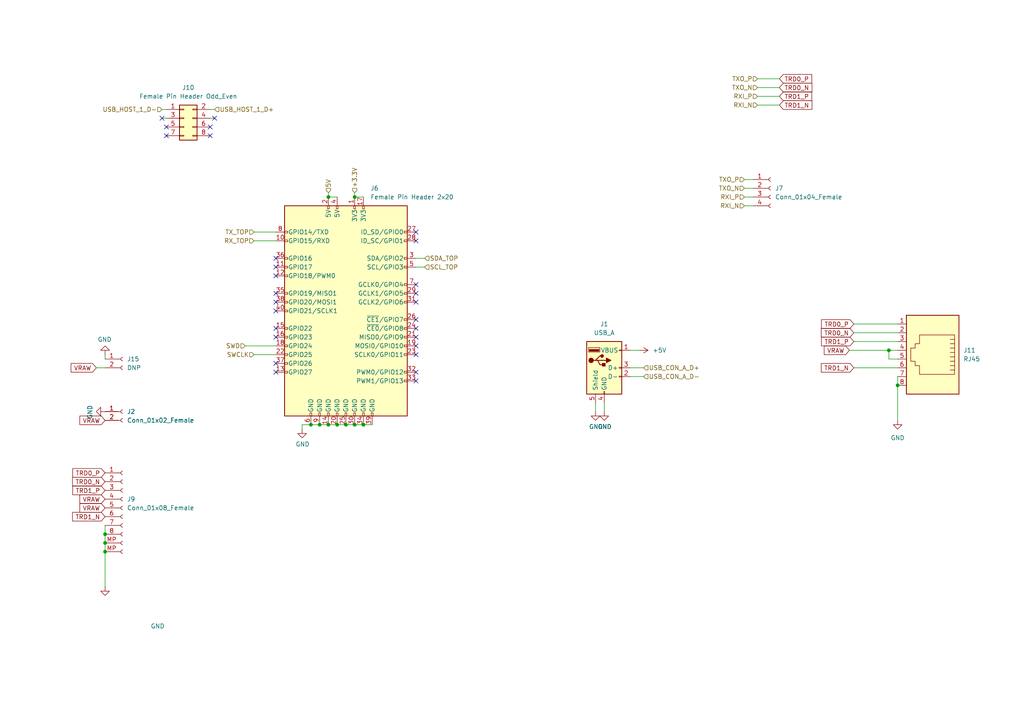
<source format=kicad_sch>
(kicad_sch (version 20230819) (generator eeschema)
  (paper "A4")
  (lib_symbols
    (symbol "Connector:Conn_01x02_Female" (pin_names (offset 1.016) hide)
      (property "Reference" "J" (at 0 2.54 0))
      (property "Value" "Conn_01x02_Female" (at 0 -5.08 0))
      (symbol "Conn_01x02_Female_1_1"
        (arc (start 0 -2.032) (mid -0.5058 -2.54) (end 0 -3.048) (stroke (width 0.1524)))
        (polyline (pts (xy -1.27 -2.54) (xy -0.508 -2.54)) (stroke (width 0.1524)))
        (polyline (pts (xy -1.27 0) (xy -0.508 0)) (stroke (width 0.1524)))
        (arc (start 0 0.508) (mid -0.5058 0) (end 0 -0.508) (stroke (width 0.1524)))
        (pin passive line (at -5.08 0 0) (length 3.81) (name "Pin_1") (number "1"))
        (pin passive line (at -5.08 -2.54 0) (length 3.81) (name "Pin_2") (number "2"))
      )
    )
    (symbol "Connector:Conn_01x04_Female" (pin_names (offset 1.016) hide)
      (property "Reference" "J" (at 0 5.08 0))
      (property "Value" "Conn_01x04_Female" (at 0 -7.62 0))
      (symbol "Conn_01x04_Female_1_1"
        (arc (start 0 -4.572) (mid -0.5058 -5.08) (end 0 -5.588) (stroke (width 0.1524)))
        (arc (start 0 -2.032) (mid -0.5058 -2.54) (end 0 -3.048) (stroke (width 0.1524)))
        (polyline (pts (xy -1.27 -5.08) (xy -0.508 -5.08)) (stroke (width 0.1524)))
        (polyline (pts (xy -1.27 -2.54) (xy -0.508 -2.54)) (stroke (width 0.1524)))
        (polyline (pts (xy -1.27 0) (xy -0.508 0)) (stroke (width 0.1524)))
        (polyline (pts (xy -1.27 2.54) (xy -0.508 2.54)) (stroke (width 0.1524)))
        (arc (start 0 0.508) (mid -0.5058 0) (end 0 -0.508) (stroke (width 0.1524)))
        (arc (start 0 3.048) (mid -0.5058 2.54) (end 0 2.032) (stroke (width 0.1524)))
        (pin passive line (at -5.08 2.54 0) (length 3.81) (name "Pin_1") (number "1"))
        (pin passive line (at -5.08 0 0) (length 3.81) (name "Pin_2") (number "2"))
        (pin passive line (at -5.08 -2.54 0) (length 3.81) (name "Pin_3") (number "3"))
        (pin passive line (at -5.08 -5.08 0) (length 3.81) (name "Pin_4") (number "4"))
      )
    )
    (symbol "Connector:Conn_01x08_Female" (pin_names (offset 1.016) hide)
      (property "Reference" "J3" (at 1.27 0.0001 0))
      (property "Value" "Conn_01x08_Female" (at 1.27 -2.5399 0))
      (symbol "Conn_01x08_Female_1_1"
        (arc (start 0 -14.732) (mid -0.5058 -15.24) (end 0 -15.748) (stroke (width 0.1524)))
        (arc (start 0 -12.192) (mid -0.5058 -12.7) (end 0 -13.208) (stroke (width 0.1524)))
        (arc (start 0 -9.652) (mid -0.5058 -10.16) (end 0 -10.668) (stroke (width 0.1524)))
        (arc (start 0 -7.112) (mid -0.5058 -7.62) (end 0 -8.128) (stroke (width 0.1524)))
        (arc (start 0 -4.572) (mid -0.5058 -5.08) (end 0 -5.588) (stroke (width 0.1524)))
        (arc (start 0 -2.032) (mid -0.5058 -2.54) (end 0 -3.048) (stroke (width 0.1524)))
        (polyline (pts (xy -1.27 -15.24) (xy -0.508 -15.24)) (stroke (width 0.1524)))
        (polyline (pts (xy -1.27 -12.7) (xy -0.508 -12.7)) (stroke (width 0.1524)))
        (polyline (pts (xy -1.27 -10.16) (xy -0.508 -10.16)) (stroke (width 0.1524)))
        (polyline (pts (xy -1.27 -7.62) (xy -0.508 -7.62)) (stroke (width 0.1524)))
        (polyline (pts (xy -1.27 -5.08) (xy -0.508 -5.08)) (stroke (width 0.1524)))
        (polyline (pts (xy -1.27 -2.54) (xy -0.508 -2.54)) (stroke (width 0.1524)))
        (polyline (pts (xy -1.27 0) (xy -0.508 0)) (stroke (width 0.1524)))
        (polyline (pts (xy -1.27 2.54) (xy -0.508 2.54)) (stroke (width 0.1524)))
        (polyline (pts (xy -1.27 5.08) (xy -0.508 5.08)) (stroke (width 0.1524)))
        (polyline (pts (xy -1.27 7.62) (xy -0.508 7.62)) (stroke (width 0.1524)))
        (arc (start 0 0.508) (mid -0.5058 0) (end 0 -0.508) (stroke (width 0.1524)))
        (arc (start 0 3.048) (mid -0.5058 2.54) (end 0 2.032) (stroke (width 0.1524)))
        (arc (start 0 5.588) (mid -0.5058 5.08) (end 0 4.572) (stroke (width 0.1524)))
        (arc (start 0 8.128) (mid -0.5058 7.62) (end 0 7.112) (stroke (width 0.1524)))
        (pin passive line (at -5.08 7.62 0) (length 3.81) (name "Pin_1") (number "1"))
        (pin passive line (at -5.08 5.08 0) (length 3.81) (name "Pin_2") (number "2"))
        (pin passive line (at -5.08 2.54 0) (length 3.81) (name "Pin_3") (number "3"))
        (pin passive line (at -5.08 0 0) (length 3.81) (name "Pin_4") (number "4"))
        (pin passive line (at -5.08 -2.54 0) (length 3.81) (name "Pin_5") (number "5"))
        (pin passive line (at -5.08 -5.08 0) (length 3.81) (name "Pin_6") (number "6"))
        (pin passive line (at -5.08 -7.62 0) (length 3.81) (name "Pin_7") (number "7"))
        (pin passive line (at -5.08 -10.16 0) (length 3.81) (name "Pin_8") (number "8"))
        (pin passive line (at -5.08 -15.24 0) (length 3.81) (name "MP") (number "MP"))
        (pin passive line (at -5.08 -12.7 0) (length 3.81) (name "MP") (number "MP"))
      )
    )
    (symbol "Connector:RJ45" (pin_names (offset 1.016))
      (property "Reference" "J" (at -5.08 13.97 0))
      (property "Value" "RJ45" (at 2.54 13.97 0))
      (symbol "RJ45_0_1"
        (polyline (pts (xy -5.08 4.445) (xy -6.35 4.445)))
        (polyline (pts (xy -5.08 5.715) (xy -6.35 5.715)))
        (polyline (pts (xy -6.35 -3.175) (xy -5.08 -3.175) (xy -5.08 -3.175)))
        (polyline (pts (xy -6.35 -1.905) (xy -5.08 -1.905) (xy -5.08 -1.905)))
        (polyline (pts (xy -6.35 -0.635) (xy -5.08 -0.635) (xy -5.08 -0.635)))
        (polyline (pts (xy -6.35 0.635) (xy -5.08 0.635) (xy -5.08 0.635)))
        (polyline (pts (xy -6.35 1.905) (xy -5.08 1.905) (xy -5.08 1.905)))
        (polyline (pts (xy -5.08 3.175) (xy -6.35 3.175) (xy -6.35 3.175)))
        (polyline (pts (xy -6.35 -4.445) (xy -6.35 6.985) (xy 3.81 6.985) (xy 3.81 4.445) (xy 5.08 4.445) (xy 5.08 3.175) (xy 6.35 3.175) (xy 6.35 -0.635) (xy 5.08 -0.635) (xy 5.08 -1.905) (xy 3.81 -1.905) (xy 3.81 -4.445) (xy -6.35 -4.445) (xy -6.35 -4.445)))
        (rectangle (start 7.62 12.7) (end -7.62 -10.16) (stroke (width 0.254)) (fill (type background)))
      )
      (symbol "RJ45_1_1"
        (pin passive line (at 10.16 -7.62 180) (length 2.54) (name "~") (number "1"))
        (pin passive line (at 10.16 -5.08 180) (length 2.54) (name "~") (number "2"))
        (pin passive line (at 10.16 -2.54 180) (length 2.54) (name "~") (number "3"))
        (pin passive line (at 10.16 0 180) (length 2.54) (name "~") (number "4"))
        (pin passive line (at 10.16 2.54 180) (length 2.54) (name "~") (number "5"))
        (pin passive line (at 10.16 5.08 180) (length 2.54) (name "~") (number "6"))
        (pin passive line (at 10.16 7.62 180) (length 2.54) (name "~") (number "7"))
        (pin passive line (at 10.16 10.16 180) (length 2.54) (name "~") (number "8"))
      )
    )
    (symbol "Connector:Raspberry_Pi_2_3" (pin_names (offset 1.016))
      (property "Reference" "J" (at -17.78 31.75 0))
      (property "Value" "Raspberry_Pi_2_3" (at 10.16 -31.75 0))
      (symbol "Raspberry_Pi_2_3_0_1"
        (rectangle (start -17.78 30.48) (end 17.78 -30.48) (stroke (width 0.254)) (fill (type background)))
      )
      (symbol "Raspberry_Pi_2_3_1_1"
        (rectangle (start -16.891 -17.526) (end -17.78 -18.034))
        (rectangle (start -16.891 -14.986) (end -17.78 -15.494))
        (rectangle (start -16.891 -12.446) (end -17.78 -12.954))
        (rectangle (start -16.891 -9.906) (end -17.78 -10.414))
        (rectangle (start -16.891 -7.366) (end -17.78 -7.874))
        (rectangle (start -16.891 -4.826) (end -17.78 -5.334))
        (rectangle (start -16.891 0.254) (end -17.78 -0.254))
        (rectangle (start -16.891 2.794) (end -17.78 2.286))
        (rectangle (start -16.891 5.334) (end -17.78 4.826))
        (rectangle (start -16.891 10.414) (end -17.78 9.906))
        (rectangle (start -16.891 12.954) (end -17.78 12.446))
        (rectangle (start -16.891 15.494) (end -17.78 14.986))
        (rectangle (start -16.891 20.574) (end -17.78 20.066))
        (rectangle (start -16.891 23.114) (end -17.78 22.606))
        (rectangle (start -10.414 -29.591) (end -9.906 -30.48))
        (rectangle (start -7.874 -29.591) (end -7.366 -30.48))
        (rectangle (start -5.334 -29.591) (end -4.826 -30.48))
        (rectangle (start -5.334 30.48) (end -4.826 29.591))
        (rectangle (start -2.794 -29.591) (end -2.286 -30.48))
        (rectangle (start -2.794 30.48) (end -2.286 29.591))
        (rectangle (start -0.254 -29.591) (end 0.254 -30.48))
        (rectangle (start 2.286 -29.591) (end 2.794 -30.48))
        (rectangle (start 2.286 30.48) (end 2.794 29.591))
        (rectangle (start 4.826 -29.591) (end 5.334 -30.48))
        (rectangle (start 4.826 30.48) (end 5.334 29.591))
        (rectangle (start 7.366 -29.591) (end 7.874 -30.48))
        (rectangle (start 17.78 -20.066) (end 16.891 -20.574))
        (rectangle (start 17.78 -17.526) (end 16.891 -18.034))
        (rectangle (start 17.78 -12.446) (end 16.891 -12.954))
        (rectangle (start 17.78 -9.906) (end 16.891 -10.414))
        (rectangle (start 17.78 -7.366) (end 16.891 -7.874))
        (rectangle (start 17.78 -4.826) (end 16.891 -5.334))
        (rectangle (start 17.78 -2.286) (end 16.891 -2.794))
        (rectangle (start 17.78 2.794) (end 16.891 2.286))
        (rectangle (start 17.78 5.334) (end 16.891 4.826))
        (rectangle (start 17.78 7.874) (end 16.891 7.366))
        (rectangle (start 17.78 12.954) (end 16.891 12.446))
        (rectangle (start 17.78 15.494) (end 16.891 14.986))
        (rectangle (start 17.78 20.574) (end 16.891 20.066))
        (rectangle (start 17.78 23.114) (end 16.891 22.606))
        (pin power_in line (at 2.54 33.02 270) (length 2.54) (name "3V3") (number "1"))
        (pin bidirectional line (at -20.32 20.32 0) (length 2.54) (name "GPIO15/RXD") (number "10"))
        (pin bidirectional line (at -20.32 12.7 0) (length 2.54) (name "GPIO17") (number "11"))
        (pin bidirectional line (at -20.32 10.16 0) (length 2.54) (name "GPIO18/PWM0") (number "12"))
        (pin bidirectional line (at -20.32 -17.78 0) (length 2.54) (name "GPIO27") (number "13"))
        (pin power_in line (at -5.08 -33.02 90) (length 2.54) (name "GND") (number "14"))
        (pin bidirectional line (at -20.32 -5.08 0) (length 2.54) (name "GPIO22") (number "15"))
        (pin bidirectional line (at -20.32 -7.62 0) (length 2.54) (name "GPIO23") (number "16"))
        (pin power_in line (at 5.08 33.02 270) (length 2.54) (name "3V3") (number "17"))
        (pin bidirectional line (at -20.32 -10.16 0) (length 2.54) (name "GPIO24") (number "18"))
        (pin bidirectional line (at 20.32 -10.16 180) (length 2.54) (name "MOSI0/GPIO10") (number "19"))
        (pin power_in line (at -5.08 33.02 270) (length 2.54) (name "5V") (number "2"))
        (pin power_in line (at -2.54 -33.02 90) (length 2.54) (name "GND") (number "20"))
        (pin bidirectional line (at 20.32 -7.62 180) (length 2.54) (name "MISO0/GPIO9") (number "21"))
        (pin bidirectional line (at -20.32 -12.7 0) (length 2.54) (name "GPIO25") (number "22"))
        (pin bidirectional line (at 20.32 -12.7 180) (length 2.54) (name "SCLK0/GPIO11") (number "23"))
        (pin bidirectional line (at 20.32 -5.08 180) (length 2.54) (name "~{CE0}/GPIO8") (number "24"))
        (pin power_in line (at 0 -33.02 90) (length 2.54) (name "GND") (number "25"))
        (pin bidirectional line (at 20.32 -2.54 180) (length 2.54) (name "~{CE1}/GPIO7") (number "26"))
        (pin bidirectional line (at 20.32 22.86 180) (length 2.54) (name "ID_SD/GPIO0") (number "27"))
        (pin bidirectional line (at 20.32 20.32 180) (length 2.54) (name "ID_SC/GPIO1") (number "28"))
        (pin bidirectional line (at 20.32 5.08 180) (length 2.54) (name "GCLK1/GPIO5") (number "29"))
        (pin bidirectional line (at 20.32 15.24 180) (length 2.54) (name "SDA/GPIO2") (number "3"))
        (pin power_in line (at 2.54 -33.02 90) (length 2.54) (name "GND") (number "30"))
        (pin bidirectional line (at 20.32 2.54 180) (length 2.54) (name "GCLK2/GPIO6") (number "31"))
        (pin bidirectional line (at 20.32 -17.78 180) (length 2.54) (name "PWM0/GPIO12") (number "32"))
        (pin bidirectional line (at 20.32 -20.32 180) (length 2.54) (name "PWM1/GPIO13") (number "33"))
        (pin power_in line (at 5.08 -33.02 90) (length 2.54) (name "GND") (number "34"))
        (pin bidirectional line (at -20.32 5.08 0) (length 2.54) (name "GPIO19/MISO1") (number "35"))
        (pin bidirectional line (at -20.32 15.24 0) (length 2.54) (name "GPIO16") (number "36"))
        (pin bidirectional line (at -20.32 -15.24 0) (length 2.54) (name "GPIO26") (number "37"))
        (pin bidirectional line (at -20.32 2.54 0) (length 2.54) (name "GPIO20/MOSI1") (number "38"))
        (pin power_in line (at 7.62 -33.02 90) (length 2.54) (name "GND") (number "39"))
        (pin power_in line (at -2.54 33.02 270) (length 2.54) (name "5V") (number "4"))
        (pin bidirectional line (at -20.32 0 0) (length 2.54) (name "GPIO21/SCLK1") (number "40"))
        (pin bidirectional line (at 20.32 12.7 180) (length 2.54) (name "SCL/GPIO3") (number "5"))
        (pin power_in line (at -10.16 -33.02 90) (length 2.54) (name "GND") (number "6"))
        (pin bidirectional line (at 20.32 7.62 180) (length 2.54) (name "GCLK0/GPIO4") (number "7"))
        (pin bidirectional line (at -20.32 22.86 0) (length 2.54) (name "GPIO14/TXD") (number "8"))
        (pin power_in line (at -7.62 -33.02 90) (length 2.54) (name "GND") (number "9"))
      )
    )
    (symbol "Connector:USB_A" (pin_names (offset 1.016))
      (property "Reference" "J" (at -5.08 11.43 0))
      (property "Value" "USB_A" (at -5.08 8.89 0))
      (symbol "USB_A_0_1"
        (rectangle (start -5.08 -7.62) (end 5.08 7.62) (stroke (width 0.254)) (fill (type background)))
        (circle (center -3.81 2.159) (radius 0.635) (stroke (width 0.254)) (fill (type outline)))
        (rectangle (start -1.524 4.826) (end -4.318 5.334) (fill (type outline)))
        (rectangle (start -1.27 4.572) (end -4.572 5.842))
        (circle (center -0.635 3.429) (radius 0.381) (stroke (width 0.254)) (fill (type outline)))
        (rectangle (start -0.127 -7.62) (end 0.127 -6.858))
        (polyline (pts (xy -3.175 2.159) (xy -2.54 2.159) (xy -1.27 3.429) (xy -0.635 3.429)) (stroke (width 0.254)))
        (polyline (pts (xy -2.54 2.159) (xy -1.905 2.159) (xy -1.27 0.889) (xy 0 0.889)) (stroke (width 0.254)))
        (polyline (pts (xy 0.635 2.794) (xy 0.635 1.524) (xy 1.905 2.159) (xy 0.635 2.794)) (stroke (width 0.254)) (fill (type outline)))
        (rectangle (start 0.254 1.27) (end -0.508 0.508) (stroke (width 0.254)) (fill (type outline)))
        (rectangle (start 5.08 -2.667) (end 4.318 -2.413))
        (rectangle (start 5.08 -0.127) (end 4.318 0.127))
        (rectangle (start 5.08 4.953) (end 4.318 5.207))
      )
      (symbol "USB_A_1_1"
        (polyline (pts (xy -1.905 2.159) (xy 0.635 2.159)) (stroke (width 0.254)))
        (pin power_in line (at 7.62 5.08 180) (length 2.54) (name "VBUS") (number "1"))
        (pin bidirectional line (at 7.62 -2.54 180) (length 2.54) (name "D-") (number "2"))
        (pin bidirectional line (at 7.62 0 180) (length 2.54) (name "D+") (number "3"))
        (pin power_in line (at 0 -10.16 90) (length 2.54) (name "GND") (number "4"))
        (pin passive line (at -2.54 -10.16 90) (length 2.54) (name "Shield") (number "5"))
      )
    )
    (symbol "Connector_Generic:Conn_02x04_Odd_Even" (pin_names (offset 1.016) hide)
      (property "Reference" "J" (at 1.27 5.08 0))
      (property "Value" "Conn_02x04_Odd_Even" (at 1.27 -7.62 0))
      (symbol "Conn_02x04_Odd_Even_1_1"
        (rectangle (start -1.27 -4.953) (end 0 -5.207) (stroke (width 0.1524)))
        (rectangle (start -1.27 -2.413) (end 0 -2.667) (stroke (width 0.1524)))
        (rectangle (start -1.27 0.127) (end 0 -0.127) (stroke (width 0.1524)))
        (rectangle (start -1.27 2.667) (end 0 2.413) (stroke (width 0.1524)))
        (rectangle (start -1.27 3.81) (end 3.81 -6.35) (stroke (width 0.254)) (fill (type background)))
        (rectangle (start 3.81 -4.953) (end 2.54 -5.207) (stroke (width 0.1524)))
        (rectangle (start 3.81 -2.413) (end 2.54 -2.667) (stroke (width 0.1524)))
        (rectangle (start 3.81 0.127) (end 2.54 -0.127) (stroke (width 0.1524)))
        (rectangle (start 3.81 2.667) (end 2.54 2.413) (stroke (width 0.1524)))
        (pin passive line (at -5.08 2.54 0) (length 3.81) (name "Pin_1") (number "1"))
        (pin passive line (at 7.62 2.54 180) (length 3.81) (name "Pin_2") (number "2"))
        (pin passive line (at -5.08 0 0) (length 3.81) (name "Pin_3") (number "3"))
        (pin passive line (at 7.62 0 180) (length 3.81) (name "Pin_4") (number "4"))
        (pin passive line (at -5.08 -2.54 0) (length 3.81) (name "Pin_5") (number "5"))
        (pin passive line (at 7.62 -2.54 180) (length 3.81) (name "Pin_6") (number "6"))
        (pin passive line (at -5.08 -5.08 0) (length 3.81) (name "Pin_7") (number "7"))
        (pin passive line (at 7.62 -5.08 180) (length 3.81) (name "Pin_8") (number "8"))
      )
    )
    (symbol "power:+5V" (power) (pin_names (offset 0))
      (property "Value" "+5V" (at 0 3.556 0))
      (symbol "+5V_0_1"
        (polyline (pts (xy -0.762 1.27) (xy 0 2.54)))
        (polyline (pts (xy 0 0) (xy 0 2.54)))
        (polyline (pts (xy 0 2.54) (xy 0.762 1.27)))
      )
      (symbol "+5V_1_1"
        (pin power_in line (at 0 0 90) (length 0) hide (name "+5V") (number "1"))
      )
    )
    (symbol "power:GND" (power) (pin_names (offset 0))
      (property "Value" "GND" (at 0 -3.81 0))
      (symbol "GND_0_1"
        (polyline (pts (xy 0 0) (xy 0 -1.27) (xy 1.27 -1.27) (xy 0 -2.54) (xy -1.27 -1.27) (xy 0 -1.27)))
      )
      (symbol "GND_1_1"
        (pin power_in line (at 0 0 270) (length 0) hide (name "GND") (number "1"))
      )
    )
  )
  (junction (at 30.48 157.48))
  (junction (at 92.71 123.19))
  (junction (at 95.25 57.15))
  (junction (at 257.81 101.6))
  (junction (at 260.35 111.76))
  (junction (at 102.87 123.19))
  (junction (at 95.25 123.19))
  (junction (at 102.87 57.15))
  (junction (at 97.79 123.19))
  (junction (at 90.17 123.19))
  (junction (at 105.41 123.19))
  (junction (at 100.33 123.19))
  (junction (at 30.48 154.94))
  (junction (at 30.48 160.02))
  (no_connect (at 80.01 107.95))
  (no_connect (at 80.01 105.41))
  (no_connect (at 80.01 74.93))
  (no_connect (at 80.01 77.47))
  (no_connect (at 80.01 85.09))
  (no_connect (at 80.01 80.01))
  (no_connect (at 120.65 95.25))
  (no_connect (at 120.65 92.71))
  (no_connect (at 120.65 87.63))
  (no_connect (at 120.65 85.09))
  (no_connect (at 120.65 82.55))
  (no_connect (at 120.65 110.49))
  (no_connect (at 120.65 107.95))
  (no_connect (at 120.65 102.87))
  (no_connect (at 120.65 100.33))
  (no_connect (at 120.65 97.79))
  (no_connect (at 80.01 87.63))
  (no_connect (at 80.01 90.17))
  (no_connect (at 80.01 95.25))
  (no_connect (at 80.01 97.79))
  (no_connect (at 120.65 69.85))
  (no_connect (at 120.65 67.31))
  (no_connect (at 60.96 36.83))
  (no_connect (at 60.96 39.37))
  (no_connect (at 48.26 39.37))
  (no_connect (at 48.26 36.83))
  (no_connect (at 46.99 34.29))
  (no_connect (at 62.23 34.29))
  (wire (pts (xy 257.81 101.6) (xy 260.35 101.6)))
  (wire (pts (xy 219.71 22.86) (xy 226.06 22.86)))
  (wire (pts (xy 87.63 123.19) (xy 87.63 124.46)))
  (wire (pts (xy 172.72 119.38) (xy 172.72 116.84)))
  (wire (pts (xy 219.71 27.94) (xy 226.06 27.94)))
  (wire (pts (xy 62.23 31.75) (xy 60.96 31.75)))
  (wire (pts (xy 73.66 69.85) (xy 80.01 69.85)))
  (wire (pts (xy 260.35 109.22) (xy 260.35 111.76)))
  (wire (pts (xy 107.95 123.19) (xy 105.41 123.19)))
  (wire (pts (xy 246.38 101.6) (xy 257.81 101.6)))
  (wire (pts (xy 30.48 160.02) (xy 30.48 170.18)))
  (wire (pts (xy 105.41 123.19) (xy 102.87 123.19)))
  (wire (pts (xy 257.81 104.14) (xy 257.81 101.6)))
  (wire (pts (xy 247.65 96.52) (xy 260.35 96.52)))
  (wire (pts (xy 73.66 67.31) (xy 80.01 67.31)))
  (wire (pts (xy 102.87 57.15) (xy 105.41 57.15)))
  (wire (pts (xy 92.71 123.19) (xy 90.17 123.19)))
  (wire (pts (xy 90.17 123.19) (xy 87.63 123.19)))
  (wire (pts (xy 100.33 123.19) (xy 97.79 123.19)))
  (wire (pts (xy 186.69 109.22) (xy 182.88 109.22)))
  (wire (pts (xy 46.99 34.29) (xy 48.26 34.29)))
  (wire (pts (xy 62.23 34.29) (xy 60.96 34.29)))
  (wire (pts (xy 95.25 57.15) (xy 97.79 57.15)))
  (wire (pts (xy 215.9 57.15) (xy 218.44 57.15)))
  (wire (pts (xy 30.48 157.48) (xy 30.48 160.02)))
  (wire (pts (xy 219.71 30.48) (xy 226.06 30.48)))
  (wire (pts (xy 215.9 52.07) (xy 218.44 52.07)))
  (wire (pts (xy 182.88 106.68) (xy 186.69 106.68)))
  (wire (pts (xy 247.65 93.98) (xy 260.35 93.98)))
  (wire (pts (xy 95.25 55.88) (xy 95.25 57.15)))
  (wire (pts (xy 247.65 106.68) (xy 260.35 106.68)))
  (wire (pts (xy 175.26 119.38) (xy 175.26 116.84)))
  (wire (pts (xy 30.48 152.4) (xy 30.48 154.94)))
  (wire (pts (xy 260.35 111.76) (xy 260.35 121.92)))
  (wire (pts (xy 215.9 59.69) (xy 218.44 59.69)))
  (wire (pts (xy 30.48 102.87) (xy 30.48 104.14)))
  (wire (pts (xy 102.87 123.19) (xy 100.33 123.19)))
  (wire (pts (xy 260.35 104.14) (xy 257.81 104.14)))
  (wire (pts (xy 215.9 54.61) (xy 218.44 54.61)))
  (wire (pts (xy 219.71 25.4) (xy 226.06 25.4)))
  (wire (pts (xy 123.19 74.93) (xy 120.65 74.93)))
  (wire (pts (xy 27.94 106.68) (xy 30.48 106.68)))
  (wire (pts (xy 102.87 55.88) (xy 102.87 57.15)))
  (wire (pts (xy 97.79 123.19) (xy 95.25 123.19)))
  (wire (pts (xy 185.42 101.6) (xy 182.88 101.6)))
  (wire (pts (xy 46.99 31.75) (xy 48.26 31.75)))
  (wire (pts (xy 123.19 77.47) (xy 120.65 77.47)))
  (wire (pts (xy 71.12 100.33) (xy 80.01 100.33)))
  (wire (pts (xy 30.48 154.94) (xy 30.48 157.48)))
  (wire (pts (xy 73.66 102.87) (xy 80.01 102.87)))
  (wire (pts (xy 95.25 123.19) (xy 92.71 123.19)))
  (wire (pts (xy 247.65 99.06) (xy 260.35 99.06)))
  (global_label "TRD0_P" (shape input) (at 247.65 93.98 180) (property "Intersheetrefs" "${INTERSHEET_REFS}" (effects hide)))
  (global_label "TRD0_P" (shape input) (at 226.06 22.86 0) (property "Intersheetrefs" "${INTERSHEET_REFS}" (effects hide)))
  (global_label "TRD1_N" (shape input) (at 30.48 149.86 180) (property "Intersheetrefs" "${INTERSHEET_REFS}" (effects hide)))
  (global_label "VRAW" (shape input) (at 30.48 144.78 180) (property "Intersheetrefs" "${INTERSHEET_REFS}" (effects hide)))
  (global_label "VRAW" (shape input) (at 30.48 147.32 180) (property "Intersheetrefs" "${INTERSHEET_REFS}" (effects hide)))
  (global_label "TRD0_N" (shape input) (at 247.65 96.52 180) (property "Intersheetrefs" "${INTERSHEET_REFS}" (effects hide)))
  (global_label "TRD1_N" (shape input) (at 226.06 30.48 0) (property "Intersheetrefs" "${INTERSHEET_REFS}" (effects hide)))
  (global_label "VRAW" (shape input) (at 246.38 101.6 180) (property "Intersheetrefs" "${INTERSHEET_REFS}" (effects hide)))
  (global_label "TRD1_P" (shape input) (at 247.65 99.06 180) (property "Intersheetrefs" "${INTERSHEET_REFS}" (effects hide)))
  (global_label "TRD1_P" (shape input) (at 226.06 27.94 0) (property "Intersheetrefs" "${INTERSHEET_REFS}" (effects hide)))
  (global_label "TRD0_N" (shape input) (at 30.48 139.7 180) (property "Intersheetrefs" "${INTERSHEET_REFS}" (effects hide)))
  (global_label "TRD0_P" (shape input) (at 30.48 137.16 180) (property "Intersheetrefs" "${INTERSHEET_REFS}" (effects hide)))
  (global_label "VRAW" (shape input) (at 27.94 106.68 180) (property "Intersheetrefs" "${INTERSHEET_REFS}" (effects hide)))
  (global_label "TRD0_N" (shape input) (at 226.06 25.4 0) (property "Intersheetrefs" "${INTERSHEET_REFS}" (effects hide)))
  (global_label "VRAW" (shape input) (at 30.48 121.92 180) (property "Intersheetrefs" "${INTERSHEET_REFS}" (effects hide)))
  (global_label "TRD1_P" (shape input) (at 30.48 142.24 180) (property "Intersheetrefs" "${INTERSHEET_REFS}" (effects hide)))
  (global_label "TRD1_N" (shape input) (at 247.65 106.68 180) (property "Intersheetrefs" "${INTERSHEET_REFS}" (effects hide)))
  (hierarchical_label "TXO_N" (shape input) (at 219.71 25.4 180) (property "Intersheetrefs" "${INTERSHEET_REFS}" (effects hide)))
  (hierarchical_label "USB_CON_A_D+" (shape input) (at 186.69 106.68 0))
  (hierarchical_label "TXO_N" (shape input) (at 215.9 54.61 180) (property "Intersheetrefs" "${INTERSHEET_REFS}" (effects hide)))
  (hierarchical_label "SWCLK" (shape input) (at 73.66 102.87 180))
  (hierarchical_label "USB_HOST_1_D-" (shape input) (at 46.99 31.75 180))
  (hierarchical_label "USB_CON_A_D-" (shape input) (at 186.69 109.22 0))
  (hierarchical_label "SDA_TOP" (shape input) (at 123.19 74.93 0))
  (hierarchical_label "SCL_TOP" (shape input) (at 123.19 77.47 0))
  (hierarchical_label "SWD" (shape input) (at 71.12 100.33 180))
  (hierarchical_label "5V" (shape input) (at 95.25 55.88 90))
  (hierarchical_label "RXI_P" (shape input) (at 215.9 57.15 180) (property "Intersheetrefs" "${INTERSHEET_REFS}" (effects hide)))
  (hierarchical_label "USB_HOST_1_D+" (shape input) (at 62.23 31.75 0))
  (hierarchical_label "RXI_P" (shape input) (at 219.71 27.94 180) (property "Intersheetrefs" "${INTERSHEET_REFS}" (effects hide)))
  (hierarchical_label "RX_TOP" (shape input) (at 73.66 69.85 180))
  (hierarchical_label "RXI_N" (shape input) (at 219.71 30.48 180) (property "Intersheetrefs" "${INTERSHEET_REFS}" (effects hide)))
  (hierarchical_label "RXI_N" (shape input) (at 215.9 59.69 180) (property "Intersheetrefs" "${INTERSHEET_REFS}" (effects hide)))
  (hierarchical_label "TXO_P" (shape input) (at 219.71 22.86 180) (property "Intersheetrefs" "${INTERSHEET_REFS}" (effects hide)))
  (hierarchical_label "TXO_P" (shape input) (at 215.9 52.07 180) (property "Intersheetrefs" "${INTERSHEET_REFS}" (effects hide)))
  (hierarchical_label "TX_TOP" (shape input) (at 73.66 67.31 180))
  (hierarchical_label "+3.3V" (shape input) (at 102.87 55.88 90))
  (symbol (lib_id "power:GND") (at 30.48 119.38 270) (unit 1)
    (property "Reference" "#PWR0176" (effects hide))
    (property "Value" "GND" (at 26.0858 119.507 0))
  )
  (symbol (lib_id "Connector:Conn_01x02_Female") (at 35.56 104.14 0) (unit 1)
    (property "Reference" "J15" (at 36.83 104.1399 0) (effects (justify left)))
    (property "Value" "DNP" (at 36.83 106.6799 0) (effects (justify left)))
    (property "Footprint" "Connector_Phoenix_MSTB:PhoenixContact_MSTBA_2,5_2-G-5,08_1x02_P5.08mm_Horizontal" (effects hide))
  )
  (symbol (lib_id "power:GND") (at 30.48 102.87 180) (unit 1)
    (property "Reference" "#PWR0140" (effects hide))
    (property "Value" "GND" (at 30.353 98.4758 0))
  )
  (symbol (lib_id "Connector:Conn_01x02_Female") (at 35.56 119.38 0) (unit 1)
    (property "Reference" "J2" (at 36.83 119.3799 0) (effects (justify left)))
    (property "Value" "Conn_01x02_Female" (at 36.83 121.9199 0) (effects (justify left)))
    (property "Footprint" "Connector_JST:JST_PH_B2B-PH-K_1x02_P2.00mm_Vertical" (effects hide))
  )
  (symbol (lib_id "power:GND") (at 175.26 119.38 0) (unit 1)
    (property "Reference" "#PWR054" (effects hide))
    (property "Value" "GND" (at 175.387 123.7742 0))
  )
  (symbol (lib_id "Connector:Conn_01x04_Female") (at 223.52 54.61 0) (unit 1)
    (property "Reference" "J7" (at 224.79 54.6099 0) (effects (justify left)))
    (property "Value" "Conn_01x04_Female" (at 224.79 57.1499 0) (effects (justify left)))
    (property "Footprint" "Connector_PinHeader_2.54mm:PinHeader_2x02_P2.54mm_Vertical" (effects hide))
  )
  (symbol (lib_id "Connector:USB_A") (at 175.26 106.68 0) (unit 1)
    (property "Reference" "J1" (at 175.26 93.98 0))
    (property "Value" "USB_A" (at 175.26 96.52 0))
    (property "Footprint" "Connector_USB:USB_A_CNCTech_1001-011-01101_Horizontal" (effects hide))
    (property "Datasheet" " ~" (effects hide))
  )
  (symbol (lib_id "power:GND") (at 260.35 121.92 0) (unit 1)
    (property "Reference" "#PWR07" (effects hide))
    (property "Value" "GND" (at 260.35 127 0))
  )
  (symbol (lib_id "Connector:Conn_01x08_Female") (at 35.56 144.78 0) (unit 1)
    (property "Reference" "J9" (at 36.83 144.7799 0) (effects (justify left)))
    (property "Value" "Conn_01x08_Female" (at 36.83 147.3199 0) (effects (justify left)))
    (property "Footprint" "Connector_JST:JST_SH_BM08B-SRSS-TB_1x08-1MP_P1.00mm_Vertical" (effects hide))
  )
  (symbol (lib_id "power:GND") (at 87.63 124.46 0) (unit 1)
    (property "Reference" "#PWR0153" (effects hide))
    (property "Value" "GND" (at 87.757 128.8542 0))
  )
  (symbol (lib_id "power:GND") (at 172.72 119.38 0) (unit 1)
    (property "Reference" "#PWR053" (effects hide))
    (property "Value" "GND" (at 172.847 123.7742 0))
  )
  (symbol (lib_id "power:+5V") (at 185.42 101.6 270) (unit 1)
    (property "Reference" "#PWR055" (effects hide))
    (property "Value" "+5V" (at 189.23 101.5999 90) (effects (justify left)))
  )
  (symbol (lib_id "Connector_Generic:Conn_02x04_Odd_Even") (at 53.34 34.29 0) (unit 1)
    (property "Reference" "J10" (at 54.61 25.4 0))
    (property "Value" "Female Pin Header Odd_Even" (at 54.61 27.94 0))
    (property "Footprint" "Connector_PinHeader_2.54mm:PinHeader_2x04_P2.54mm_Vertical_SMD" (effects hide))
  )
  (symbol (lib_id "power:GND") (at 30.48 170.18 0) (unit 1)
    (property "Reference" "#PWR04" (effects hide))
    (property "Value" "GND" (at 45.72 181.61 0))
  )
  (symbol (lib_id "Connector:Raspberry_Pi_2_3") (at 100.33 90.17 0) (unit 1)
    (property "Reference" "J6" (at 107.4294 54.61 0) (effects (justify left)))
    (property "Value" "Female Pin Header 2x20" (at 107.4294 57.15 0) (effects (justify left)))
    (property "Footprint" "Connector_PinHeader_2.54mm:PinHeader_2x20_P2.54mm_Vertical" (effects hide))
    (property "Datasheet" "https://www.raspberrypi.org/documentation/hardware/raspberrypi/schematics/rpi_SCH_3bplus_1p0_reduced.pdf" (effects hide))
  )
  (symbol (lib_id "Connector:RJ45") (at 270.51 101.6 180) (unit 1)
    (property "Reference" "J11" (at 279.4 101.5999 0) (effects (justify right)))
    (property "Value" "RJ45" (at 279.4 104.1399 0) (effects (justify right)))
    (property "Footprint" "Connector_RJ:RJ45_Amphenol_54602-x08_Horizontal_etrafitemiz" (effects hide))
  )
)
</source>
